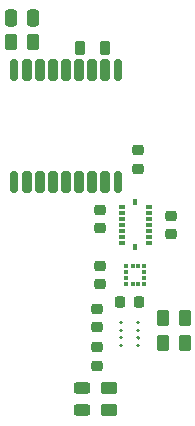
<source format=gbr>
%TF.GenerationSoftware,KiCad,Pcbnew,8.0.8*%
%TF.CreationDate,2025-02-07T05:59:22-05:00*%
%TF.ProjectId,SensorBoardNoMCU,53656e73-6f72-4426-9f61-72644e6f4d43,rev?*%
%TF.SameCoordinates,Original*%
%TF.FileFunction,Paste,Top*%
%TF.FilePolarity,Positive*%
%FSLAX46Y46*%
G04 Gerber Fmt 4.6, Leading zero omitted, Abs format (unit mm)*
G04 Created by KiCad (PCBNEW 8.0.8) date 2025-02-07 05:59:22*
%MOMM*%
%LPD*%
G01*
G04 APERTURE LIST*
G04 Aperture macros list*
%AMRoundRect*
0 Rectangle with rounded corners*
0 $1 Rounding radius*
0 $2 $3 $4 $5 $6 $7 $8 $9 X,Y pos of 4 corners*
0 Add a 4 corners polygon primitive as box body*
4,1,4,$2,$3,$4,$5,$6,$7,$8,$9,$2,$3,0*
0 Add four circle primitives for the rounded corners*
1,1,$1+$1,$2,$3*
1,1,$1+$1,$4,$5*
1,1,$1+$1,$6,$7*
1,1,$1+$1,$8,$9*
0 Add four rect primitives between the rounded corners*
20,1,$1+$1,$2,$3,$4,$5,0*
20,1,$1+$1,$4,$5,$6,$7,0*
20,1,$1+$1,$6,$7,$8,$9,0*
20,1,$1+$1,$8,$9,$2,$3,0*%
G04 Aperture macros list end*
%ADD10C,0.175000*%
%ADD11RoundRect,0.225000X0.250000X-0.225000X0.250000X0.225000X-0.250000X0.225000X-0.250000X-0.225000X0*%
%ADD12RoundRect,0.243750X0.456250X-0.243750X0.456250X0.243750X-0.456250X0.243750X-0.456250X-0.243750X0*%
%ADD13R,0.590000X0.350000*%
%ADD14R,0.350000X0.590000*%
%ADD15RoundRect,0.225000X-0.250000X0.225000X-0.250000X-0.225000X0.250000X-0.225000X0.250000X0.225000X0*%
%ADD16RoundRect,0.218750X-0.218750X-0.381250X0.218750X-0.381250X0.218750X0.381250X-0.218750X0.381250X0*%
%ADD17RoundRect,0.250000X0.262500X0.450000X-0.262500X0.450000X-0.262500X-0.450000X0.262500X-0.450000X0*%
%ADD18RoundRect,0.250000X0.250000X0.475000X-0.250000X0.475000X-0.250000X-0.475000X0.250000X-0.475000X0*%
%ADD19RoundRect,0.250000X-0.450000X0.262500X-0.450000X-0.262500X0.450000X-0.262500X0.450000X0.262500X0*%
%ADD20RoundRect,0.225000X0.225000X0.250000X-0.225000X0.250000X-0.225000X-0.250000X0.225000X-0.250000X0*%
%ADD21RoundRect,0.175000X0.175000X-0.725000X0.175000X0.725000X-0.175000X0.725000X-0.175000X-0.725000X0*%
%ADD22RoundRect,0.200000X0.200000X-0.700000X0.200000X0.700000X-0.200000X0.700000X-0.200000X-0.700000X0*%
%ADD23RoundRect,0.250000X-0.262500X-0.450000X0.262500X-0.450000X0.262500X0.450000X-0.262500X0.450000X0*%
%ADD24R,0.375000X0.350000*%
%ADD25R,0.350000X0.375000*%
G04 APERTURE END LIST*
D10*
%TO.C,U4*%
X100362500Y-91275000D02*
G75*
G02*
X100187500Y-91275000I-87500J0D01*
G01*
X100187500Y-91275000D02*
G75*
G02*
X100362500Y-91275000I87500J0D01*
G01*
X100362500Y-91925000D02*
G75*
G02*
X100187500Y-91925000I-87500J0D01*
G01*
X100187500Y-91925000D02*
G75*
G02*
X100362500Y-91925000I87500J0D01*
G01*
X100362500Y-92575000D02*
G75*
G02*
X100187500Y-92575000I-87500J0D01*
G01*
X100187500Y-92575000D02*
G75*
G02*
X100362500Y-92575000I87500J0D01*
G01*
X100362500Y-93225000D02*
G75*
G02*
X100187500Y-93225000I-87500J0D01*
G01*
X100187500Y-93225000D02*
G75*
G02*
X100362500Y-93225000I87500J0D01*
G01*
X101812500Y-91275000D02*
G75*
G02*
X101637500Y-91275000I-87500J0D01*
G01*
X101637500Y-91275000D02*
G75*
G02*
X101812500Y-91275000I87500J0D01*
G01*
X101812500Y-91925000D02*
G75*
G02*
X101637500Y-91925000I-87500J0D01*
G01*
X101637500Y-91925000D02*
G75*
G02*
X101812500Y-91925000I87500J0D01*
G01*
X101812500Y-92575000D02*
G75*
G02*
X101637500Y-92575000I-87500J0D01*
G01*
X101637500Y-92575000D02*
G75*
G02*
X101812500Y-92575000I87500J0D01*
G01*
X101812500Y-93225000D02*
G75*
G02*
X101637500Y-93225000I-87500J0D01*
G01*
X101637500Y-93225000D02*
G75*
G02*
X101812500Y-93225000I87500J0D01*
G01*
%TD*%
D11*
%TO.C,C3*%
X98500000Y-83275000D03*
X98500000Y-81725000D03*
%TD*%
D12*
%TO.C,D1*%
X97000000Y-98687500D03*
X97000000Y-96812500D03*
%TD*%
D13*
%TO.C,U1*%
X102665000Y-81500000D03*
X102665000Y-82000000D03*
X102665000Y-82500000D03*
X102665000Y-83000000D03*
X102665000Y-83500000D03*
X102665000Y-84000000D03*
X102665000Y-84500000D03*
D14*
X101500000Y-84915000D03*
D13*
X100335000Y-84500000D03*
X100335000Y-84000000D03*
X100335000Y-83500000D03*
X100335000Y-83000000D03*
X100335000Y-82500000D03*
X100335000Y-82000000D03*
X100335000Y-81500000D03*
D14*
X101500000Y-81085000D03*
%TD*%
D11*
%TO.C,C7*%
X98500000Y-88025000D03*
X98500000Y-86475000D03*
%TD*%
D15*
%TO.C,C9*%
X98250000Y-90125000D03*
X98250000Y-91675000D03*
%TD*%
D16*
%TO.C,L1*%
X96812500Y-68000000D03*
X98937500Y-68000000D03*
%TD*%
D11*
%TO.C,C8*%
X98250000Y-94925000D03*
X98250000Y-93375000D03*
%TD*%
D17*
%TO.C,R2*%
X105662500Y-90875000D03*
X103837500Y-90875000D03*
%TD*%
D18*
%TO.C,C6*%
X92824999Y-65500000D03*
X90925001Y-65500000D03*
%TD*%
D17*
%TO.C,R3*%
X105662500Y-93000000D03*
X103837500Y-93000000D03*
%TD*%
D11*
%TO.C,C2*%
X104500000Y-83775000D03*
X104500000Y-82225000D03*
%TD*%
D19*
%TO.C,R4*%
X99250000Y-96837500D03*
X99250000Y-98662500D03*
%TD*%
D20*
%TO.C,C5*%
X101775000Y-89500000D03*
X100225000Y-89500000D03*
%TD*%
D21*
%TO.C,U3*%
X91225000Y-79375000D03*
D22*
X92325000Y-79375000D03*
X93425000Y-79375000D03*
X94525000Y-79375000D03*
X95625000Y-79375000D03*
X96725000Y-79375000D03*
X97825000Y-79375000D03*
X98925000Y-79375000D03*
D21*
X100025000Y-79375000D03*
X100025000Y-69875000D03*
D22*
X98925000Y-69875000D03*
X97825000Y-69875000D03*
X96725000Y-69875000D03*
X95625000Y-69875000D03*
X94525000Y-69875000D03*
X93425000Y-69875000D03*
X92325000Y-69875000D03*
D21*
X91225000Y-69875000D03*
%TD*%
D23*
%TO.C,R1*%
X90962500Y-67500000D03*
X92787500Y-67500000D03*
%TD*%
D24*
%TO.C,U2*%
X100737500Y-86500000D03*
X100737500Y-87000000D03*
X100737500Y-87500000D03*
X100737500Y-88000000D03*
D25*
X101250000Y-88012500D03*
X101750000Y-88012500D03*
D24*
X102262500Y-88000000D03*
X102262500Y-87500000D03*
X102262500Y-87000000D03*
X102262500Y-86500000D03*
D25*
X101750000Y-86487500D03*
X101250000Y-86487500D03*
%TD*%
D11*
%TO.C,C1*%
X101750000Y-78250000D03*
X101750000Y-76700000D03*
%TD*%
M02*

</source>
